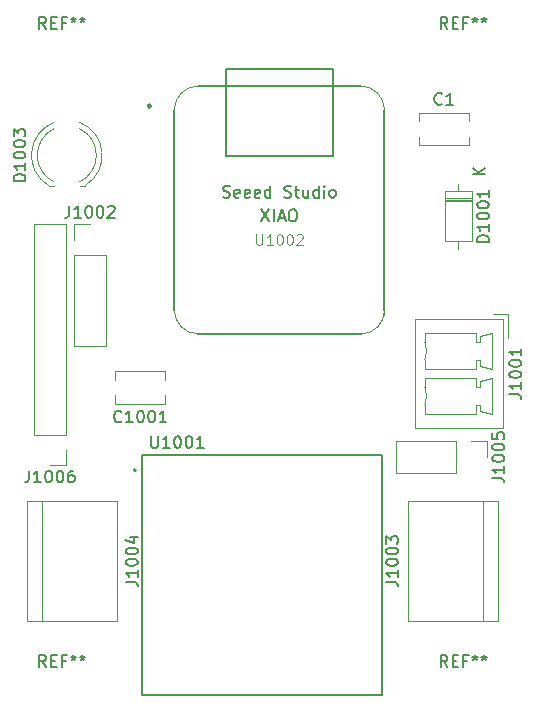
<source format=gbr>
%TF.GenerationSoftware,KiCad,Pcbnew,8.0.5*%
%TF.CreationDate,2024-10-01T15:35:57-03:00*%
%TF.ProjectId,hal9000mainboard,68616c39-3030-4306-9d61-696e626f6172,rev?*%
%TF.SameCoordinates,Original*%
%TF.FileFunction,Legend,Top*%
%TF.FilePolarity,Positive*%
%FSLAX46Y46*%
G04 Gerber Fmt 4.6, Leading zero omitted, Abs format (unit mm)*
G04 Created by KiCad (PCBNEW 8.0.5) date 2024-10-01 15:35:57*
%MOMM*%
%LPD*%
G01*
G04 APERTURE LIST*
%ADD10C,0.150000*%
%ADD11C,0.101600*%
%ADD12C,0.120000*%
%ADD13C,0.127000*%
%ADD14C,0.254000*%
%ADD15C,0.025400*%
%ADD16C,0.200000*%
G04 APERTURE END LIST*
D10*
X35183333Y-6059580D02*
X35135714Y-6107200D01*
X35135714Y-6107200D02*
X34992857Y-6154819D01*
X34992857Y-6154819D02*
X34897619Y-6154819D01*
X34897619Y-6154819D02*
X34754762Y-6107200D01*
X34754762Y-6107200D02*
X34659524Y-6011961D01*
X34659524Y-6011961D02*
X34611905Y-5916723D01*
X34611905Y-5916723D02*
X34564286Y-5726247D01*
X34564286Y-5726247D02*
X34564286Y-5583390D01*
X34564286Y-5583390D02*
X34611905Y-5392914D01*
X34611905Y-5392914D02*
X34659524Y-5297676D01*
X34659524Y-5297676D02*
X34754762Y-5202438D01*
X34754762Y-5202438D02*
X34897619Y-5154819D01*
X34897619Y-5154819D02*
X34992857Y-5154819D01*
X34992857Y-5154819D02*
X35135714Y-5202438D01*
X35135714Y-5202438D02*
X35183333Y-5250057D01*
X36135714Y-6154819D02*
X35564286Y-6154819D01*
X35850000Y-6154819D02*
X35850000Y-5154819D01*
X35850000Y-5154819D02*
X35754762Y-5297676D01*
X35754762Y-5297676D02*
X35659524Y-5392914D01*
X35659524Y-5392914D02*
X35564286Y-5440533D01*
X40904819Y-30661904D02*
X41619104Y-30661904D01*
X41619104Y-30661904D02*
X41761961Y-30709523D01*
X41761961Y-30709523D02*
X41857200Y-30804761D01*
X41857200Y-30804761D02*
X41904819Y-30947618D01*
X41904819Y-30947618D02*
X41904819Y-31042856D01*
X41904819Y-29661904D02*
X41904819Y-30233332D01*
X41904819Y-29947618D02*
X40904819Y-29947618D01*
X40904819Y-29947618D02*
X41047676Y-30042856D01*
X41047676Y-30042856D02*
X41142914Y-30138094D01*
X41142914Y-30138094D02*
X41190533Y-30233332D01*
X40904819Y-29042856D02*
X40904819Y-28947618D01*
X40904819Y-28947618D02*
X40952438Y-28852380D01*
X40952438Y-28852380D02*
X41000057Y-28804761D01*
X41000057Y-28804761D02*
X41095295Y-28757142D01*
X41095295Y-28757142D02*
X41285771Y-28709523D01*
X41285771Y-28709523D02*
X41523866Y-28709523D01*
X41523866Y-28709523D02*
X41714342Y-28757142D01*
X41714342Y-28757142D02*
X41809580Y-28804761D01*
X41809580Y-28804761D02*
X41857200Y-28852380D01*
X41857200Y-28852380D02*
X41904819Y-28947618D01*
X41904819Y-28947618D02*
X41904819Y-29042856D01*
X41904819Y-29042856D02*
X41857200Y-29138094D01*
X41857200Y-29138094D02*
X41809580Y-29185713D01*
X41809580Y-29185713D02*
X41714342Y-29233332D01*
X41714342Y-29233332D02*
X41523866Y-29280951D01*
X41523866Y-29280951D02*
X41285771Y-29280951D01*
X41285771Y-29280951D02*
X41095295Y-29233332D01*
X41095295Y-29233332D02*
X41000057Y-29185713D01*
X41000057Y-29185713D02*
X40952438Y-29138094D01*
X40952438Y-29138094D02*
X40904819Y-29042856D01*
X40904819Y-28090475D02*
X40904819Y-27995237D01*
X40904819Y-27995237D02*
X40952438Y-27899999D01*
X40952438Y-27899999D02*
X41000057Y-27852380D01*
X41000057Y-27852380D02*
X41095295Y-27804761D01*
X41095295Y-27804761D02*
X41285771Y-27757142D01*
X41285771Y-27757142D02*
X41523866Y-27757142D01*
X41523866Y-27757142D02*
X41714342Y-27804761D01*
X41714342Y-27804761D02*
X41809580Y-27852380D01*
X41809580Y-27852380D02*
X41857200Y-27899999D01*
X41857200Y-27899999D02*
X41904819Y-27995237D01*
X41904819Y-27995237D02*
X41904819Y-28090475D01*
X41904819Y-28090475D02*
X41857200Y-28185713D01*
X41857200Y-28185713D02*
X41809580Y-28233332D01*
X41809580Y-28233332D02*
X41714342Y-28280951D01*
X41714342Y-28280951D02*
X41523866Y-28328570D01*
X41523866Y-28328570D02*
X41285771Y-28328570D01*
X41285771Y-28328570D02*
X41095295Y-28280951D01*
X41095295Y-28280951D02*
X41000057Y-28233332D01*
X41000057Y-28233332D02*
X40952438Y-28185713D01*
X40952438Y-28185713D02*
X40904819Y-28090475D01*
X41904819Y-26804761D02*
X41904819Y-27376189D01*
X41904819Y-27090475D02*
X40904819Y-27090475D01*
X40904819Y-27090475D02*
X41047676Y-27185713D01*
X41047676Y-27185713D02*
X41142914Y-27280951D01*
X41142914Y-27280951D02*
X41190533Y-27376189D01*
D11*
X19487666Y-17126985D02*
X19487666Y-17846652D01*
X19487666Y-17846652D02*
X19530000Y-17931318D01*
X19530000Y-17931318D02*
X19572333Y-17973652D01*
X19572333Y-17973652D02*
X19657000Y-18015985D01*
X19657000Y-18015985D02*
X19826333Y-18015985D01*
X19826333Y-18015985D02*
X19911000Y-17973652D01*
X19911000Y-17973652D02*
X19953333Y-17931318D01*
X19953333Y-17931318D02*
X19995666Y-17846652D01*
X19995666Y-17846652D02*
X19995666Y-17126985D01*
X20884666Y-18015985D02*
X20376666Y-18015985D01*
X20630666Y-18015985D02*
X20630666Y-17126985D01*
X20630666Y-17126985D02*
X20545999Y-17253985D01*
X20545999Y-17253985D02*
X20461333Y-17338652D01*
X20461333Y-17338652D02*
X20376666Y-17380985D01*
X21435000Y-17126985D02*
X21519666Y-17126985D01*
X21519666Y-17126985D02*
X21604333Y-17169318D01*
X21604333Y-17169318D02*
X21646666Y-17211652D01*
X21646666Y-17211652D02*
X21689000Y-17296318D01*
X21689000Y-17296318D02*
X21731333Y-17465652D01*
X21731333Y-17465652D02*
X21731333Y-17677318D01*
X21731333Y-17677318D02*
X21689000Y-17846652D01*
X21689000Y-17846652D02*
X21646666Y-17931318D01*
X21646666Y-17931318D02*
X21604333Y-17973652D01*
X21604333Y-17973652D02*
X21519666Y-18015985D01*
X21519666Y-18015985D02*
X21435000Y-18015985D01*
X21435000Y-18015985D02*
X21350333Y-17973652D01*
X21350333Y-17973652D02*
X21308000Y-17931318D01*
X21308000Y-17931318D02*
X21265666Y-17846652D01*
X21265666Y-17846652D02*
X21223333Y-17677318D01*
X21223333Y-17677318D02*
X21223333Y-17465652D01*
X21223333Y-17465652D02*
X21265666Y-17296318D01*
X21265666Y-17296318D02*
X21308000Y-17211652D01*
X21308000Y-17211652D02*
X21350333Y-17169318D01*
X21350333Y-17169318D02*
X21435000Y-17126985D01*
X22281667Y-17126985D02*
X22366333Y-17126985D01*
X22366333Y-17126985D02*
X22451000Y-17169318D01*
X22451000Y-17169318D02*
X22493333Y-17211652D01*
X22493333Y-17211652D02*
X22535667Y-17296318D01*
X22535667Y-17296318D02*
X22578000Y-17465652D01*
X22578000Y-17465652D02*
X22578000Y-17677318D01*
X22578000Y-17677318D02*
X22535667Y-17846652D01*
X22535667Y-17846652D02*
X22493333Y-17931318D01*
X22493333Y-17931318D02*
X22451000Y-17973652D01*
X22451000Y-17973652D02*
X22366333Y-18015985D01*
X22366333Y-18015985D02*
X22281667Y-18015985D01*
X22281667Y-18015985D02*
X22197000Y-17973652D01*
X22197000Y-17973652D02*
X22154667Y-17931318D01*
X22154667Y-17931318D02*
X22112333Y-17846652D01*
X22112333Y-17846652D02*
X22070000Y-17677318D01*
X22070000Y-17677318D02*
X22070000Y-17465652D01*
X22070000Y-17465652D02*
X22112333Y-17296318D01*
X22112333Y-17296318D02*
X22154667Y-17211652D01*
X22154667Y-17211652D02*
X22197000Y-17169318D01*
X22197000Y-17169318D02*
X22281667Y-17126985D01*
X22916667Y-17211652D02*
X22959000Y-17169318D01*
X22959000Y-17169318D02*
X23043667Y-17126985D01*
X23043667Y-17126985D02*
X23255334Y-17126985D01*
X23255334Y-17126985D02*
X23340000Y-17169318D01*
X23340000Y-17169318D02*
X23382334Y-17211652D01*
X23382334Y-17211652D02*
X23424667Y-17296318D01*
X23424667Y-17296318D02*
X23424667Y-17380985D01*
X23424667Y-17380985D02*
X23382334Y-17507985D01*
X23382334Y-17507985D02*
X22874334Y-18015985D01*
X22874334Y-18015985D02*
X23424667Y-18015985D01*
D10*
X16673095Y-13977200D02*
X16815952Y-14024819D01*
X16815952Y-14024819D02*
X17054047Y-14024819D01*
X17054047Y-14024819D02*
X17149285Y-13977200D01*
X17149285Y-13977200D02*
X17196904Y-13929580D01*
X17196904Y-13929580D02*
X17244523Y-13834342D01*
X17244523Y-13834342D02*
X17244523Y-13739104D01*
X17244523Y-13739104D02*
X17196904Y-13643866D01*
X17196904Y-13643866D02*
X17149285Y-13596247D01*
X17149285Y-13596247D02*
X17054047Y-13548628D01*
X17054047Y-13548628D02*
X16863571Y-13501009D01*
X16863571Y-13501009D02*
X16768333Y-13453390D01*
X16768333Y-13453390D02*
X16720714Y-13405771D01*
X16720714Y-13405771D02*
X16673095Y-13310533D01*
X16673095Y-13310533D02*
X16673095Y-13215295D01*
X16673095Y-13215295D02*
X16720714Y-13120057D01*
X16720714Y-13120057D02*
X16768333Y-13072438D01*
X16768333Y-13072438D02*
X16863571Y-13024819D01*
X16863571Y-13024819D02*
X17101666Y-13024819D01*
X17101666Y-13024819D02*
X17244523Y-13072438D01*
X18054047Y-13977200D02*
X17958809Y-14024819D01*
X17958809Y-14024819D02*
X17768333Y-14024819D01*
X17768333Y-14024819D02*
X17673095Y-13977200D01*
X17673095Y-13977200D02*
X17625476Y-13881961D01*
X17625476Y-13881961D02*
X17625476Y-13501009D01*
X17625476Y-13501009D02*
X17673095Y-13405771D01*
X17673095Y-13405771D02*
X17768333Y-13358152D01*
X17768333Y-13358152D02*
X17958809Y-13358152D01*
X17958809Y-13358152D02*
X18054047Y-13405771D01*
X18054047Y-13405771D02*
X18101666Y-13501009D01*
X18101666Y-13501009D02*
X18101666Y-13596247D01*
X18101666Y-13596247D02*
X17625476Y-13691485D01*
X18911190Y-13977200D02*
X18815952Y-14024819D01*
X18815952Y-14024819D02*
X18625476Y-14024819D01*
X18625476Y-14024819D02*
X18530238Y-13977200D01*
X18530238Y-13977200D02*
X18482619Y-13881961D01*
X18482619Y-13881961D02*
X18482619Y-13501009D01*
X18482619Y-13501009D02*
X18530238Y-13405771D01*
X18530238Y-13405771D02*
X18625476Y-13358152D01*
X18625476Y-13358152D02*
X18815952Y-13358152D01*
X18815952Y-13358152D02*
X18911190Y-13405771D01*
X18911190Y-13405771D02*
X18958809Y-13501009D01*
X18958809Y-13501009D02*
X18958809Y-13596247D01*
X18958809Y-13596247D02*
X18482619Y-13691485D01*
X19768333Y-13977200D02*
X19673095Y-14024819D01*
X19673095Y-14024819D02*
X19482619Y-14024819D01*
X19482619Y-14024819D02*
X19387381Y-13977200D01*
X19387381Y-13977200D02*
X19339762Y-13881961D01*
X19339762Y-13881961D02*
X19339762Y-13501009D01*
X19339762Y-13501009D02*
X19387381Y-13405771D01*
X19387381Y-13405771D02*
X19482619Y-13358152D01*
X19482619Y-13358152D02*
X19673095Y-13358152D01*
X19673095Y-13358152D02*
X19768333Y-13405771D01*
X19768333Y-13405771D02*
X19815952Y-13501009D01*
X19815952Y-13501009D02*
X19815952Y-13596247D01*
X19815952Y-13596247D02*
X19339762Y-13691485D01*
X20673095Y-14024819D02*
X20673095Y-13024819D01*
X20673095Y-13977200D02*
X20577857Y-14024819D01*
X20577857Y-14024819D02*
X20387381Y-14024819D01*
X20387381Y-14024819D02*
X20292143Y-13977200D01*
X20292143Y-13977200D02*
X20244524Y-13929580D01*
X20244524Y-13929580D02*
X20196905Y-13834342D01*
X20196905Y-13834342D02*
X20196905Y-13548628D01*
X20196905Y-13548628D02*
X20244524Y-13453390D01*
X20244524Y-13453390D02*
X20292143Y-13405771D01*
X20292143Y-13405771D02*
X20387381Y-13358152D01*
X20387381Y-13358152D02*
X20577857Y-13358152D01*
X20577857Y-13358152D02*
X20673095Y-13405771D01*
X21863572Y-13977200D02*
X22006429Y-14024819D01*
X22006429Y-14024819D02*
X22244524Y-14024819D01*
X22244524Y-14024819D02*
X22339762Y-13977200D01*
X22339762Y-13977200D02*
X22387381Y-13929580D01*
X22387381Y-13929580D02*
X22435000Y-13834342D01*
X22435000Y-13834342D02*
X22435000Y-13739104D01*
X22435000Y-13739104D02*
X22387381Y-13643866D01*
X22387381Y-13643866D02*
X22339762Y-13596247D01*
X22339762Y-13596247D02*
X22244524Y-13548628D01*
X22244524Y-13548628D02*
X22054048Y-13501009D01*
X22054048Y-13501009D02*
X21958810Y-13453390D01*
X21958810Y-13453390D02*
X21911191Y-13405771D01*
X21911191Y-13405771D02*
X21863572Y-13310533D01*
X21863572Y-13310533D02*
X21863572Y-13215295D01*
X21863572Y-13215295D02*
X21911191Y-13120057D01*
X21911191Y-13120057D02*
X21958810Y-13072438D01*
X21958810Y-13072438D02*
X22054048Y-13024819D01*
X22054048Y-13024819D02*
X22292143Y-13024819D01*
X22292143Y-13024819D02*
X22435000Y-13072438D01*
X22720715Y-13358152D02*
X23101667Y-13358152D01*
X22863572Y-13024819D02*
X22863572Y-13881961D01*
X22863572Y-13881961D02*
X22911191Y-13977200D01*
X22911191Y-13977200D02*
X23006429Y-14024819D01*
X23006429Y-14024819D02*
X23101667Y-14024819D01*
X23863572Y-13358152D02*
X23863572Y-14024819D01*
X23435001Y-13358152D02*
X23435001Y-13881961D01*
X23435001Y-13881961D02*
X23482620Y-13977200D01*
X23482620Y-13977200D02*
X23577858Y-14024819D01*
X23577858Y-14024819D02*
X23720715Y-14024819D01*
X23720715Y-14024819D02*
X23815953Y-13977200D01*
X23815953Y-13977200D02*
X23863572Y-13929580D01*
X24768334Y-14024819D02*
X24768334Y-13024819D01*
X24768334Y-13977200D02*
X24673096Y-14024819D01*
X24673096Y-14024819D02*
X24482620Y-14024819D01*
X24482620Y-14024819D02*
X24387382Y-13977200D01*
X24387382Y-13977200D02*
X24339763Y-13929580D01*
X24339763Y-13929580D02*
X24292144Y-13834342D01*
X24292144Y-13834342D02*
X24292144Y-13548628D01*
X24292144Y-13548628D02*
X24339763Y-13453390D01*
X24339763Y-13453390D02*
X24387382Y-13405771D01*
X24387382Y-13405771D02*
X24482620Y-13358152D01*
X24482620Y-13358152D02*
X24673096Y-13358152D01*
X24673096Y-13358152D02*
X24768334Y-13405771D01*
X25244525Y-14024819D02*
X25244525Y-13358152D01*
X25244525Y-13024819D02*
X25196906Y-13072438D01*
X25196906Y-13072438D02*
X25244525Y-13120057D01*
X25244525Y-13120057D02*
X25292144Y-13072438D01*
X25292144Y-13072438D02*
X25244525Y-13024819D01*
X25244525Y-13024819D02*
X25244525Y-13120057D01*
X25863572Y-14024819D02*
X25768334Y-13977200D01*
X25768334Y-13977200D02*
X25720715Y-13929580D01*
X25720715Y-13929580D02*
X25673096Y-13834342D01*
X25673096Y-13834342D02*
X25673096Y-13548628D01*
X25673096Y-13548628D02*
X25720715Y-13453390D01*
X25720715Y-13453390D02*
X25768334Y-13405771D01*
X25768334Y-13405771D02*
X25863572Y-13358152D01*
X25863572Y-13358152D02*
X26006429Y-13358152D01*
X26006429Y-13358152D02*
X26101667Y-13405771D01*
X26101667Y-13405771D02*
X26149286Y-13453390D01*
X26149286Y-13453390D02*
X26196905Y-13548628D01*
X26196905Y-13548628D02*
X26196905Y-13834342D01*
X26196905Y-13834342D02*
X26149286Y-13929580D01*
X26149286Y-13929580D02*
X26101667Y-13977200D01*
X26101667Y-13977200D02*
X26006429Y-14024819D01*
X26006429Y-14024819D02*
X25863572Y-14024819D01*
X19911191Y-15024819D02*
X20577857Y-16024819D01*
X20577857Y-15024819D02*
X19911191Y-16024819D01*
X20958810Y-16024819D02*
X20958810Y-15024819D01*
X21387381Y-15739104D02*
X21863571Y-15739104D01*
X21292143Y-16024819D02*
X21625476Y-15024819D01*
X21625476Y-15024819D02*
X21958809Y-16024819D01*
X22482619Y-15024819D02*
X22673095Y-15024819D01*
X22673095Y-15024819D02*
X22768333Y-15072438D01*
X22768333Y-15072438D02*
X22863571Y-15167676D01*
X22863571Y-15167676D02*
X22911190Y-15358152D01*
X22911190Y-15358152D02*
X22911190Y-15691485D01*
X22911190Y-15691485D02*
X22863571Y-15881961D01*
X22863571Y-15881961D02*
X22768333Y-15977200D01*
X22768333Y-15977200D02*
X22673095Y-16024819D01*
X22673095Y-16024819D02*
X22482619Y-16024819D01*
X22482619Y-16024819D02*
X22387381Y-15977200D01*
X22387381Y-15977200D02*
X22292143Y-15881961D01*
X22292143Y-15881961D02*
X22244524Y-15691485D01*
X22244524Y-15691485D02*
X22244524Y-15358152D01*
X22244524Y-15358152D02*
X22292143Y-15167676D01*
X22292143Y-15167676D02*
X22387381Y-15072438D01*
X22387381Y-15072438D02*
X22482619Y-15024819D01*
X8434819Y-46561904D02*
X9149104Y-46561904D01*
X9149104Y-46561904D02*
X9291961Y-46609523D01*
X9291961Y-46609523D02*
X9387200Y-46704761D01*
X9387200Y-46704761D02*
X9434819Y-46847618D01*
X9434819Y-46847618D02*
X9434819Y-46942856D01*
X9434819Y-45561904D02*
X9434819Y-46133332D01*
X9434819Y-45847618D02*
X8434819Y-45847618D01*
X8434819Y-45847618D02*
X8577676Y-45942856D01*
X8577676Y-45942856D02*
X8672914Y-46038094D01*
X8672914Y-46038094D02*
X8720533Y-46133332D01*
X8434819Y-44942856D02*
X8434819Y-44847618D01*
X8434819Y-44847618D02*
X8482438Y-44752380D01*
X8482438Y-44752380D02*
X8530057Y-44704761D01*
X8530057Y-44704761D02*
X8625295Y-44657142D01*
X8625295Y-44657142D02*
X8815771Y-44609523D01*
X8815771Y-44609523D02*
X9053866Y-44609523D01*
X9053866Y-44609523D02*
X9244342Y-44657142D01*
X9244342Y-44657142D02*
X9339580Y-44704761D01*
X9339580Y-44704761D02*
X9387200Y-44752380D01*
X9387200Y-44752380D02*
X9434819Y-44847618D01*
X9434819Y-44847618D02*
X9434819Y-44942856D01*
X9434819Y-44942856D02*
X9387200Y-45038094D01*
X9387200Y-45038094D02*
X9339580Y-45085713D01*
X9339580Y-45085713D02*
X9244342Y-45133332D01*
X9244342Y-45133332D02*
X9053866Y-45180951D01*
X9053866Y-45180951D02*
X8815771Y-45180951D01*
X8815771Y-45180951D02*
X8625295Y-45133332D01*
X8625295Y-45133332D02*
X8530057Y-45085713D01*
X8530057Y-45085713D02*
X8482438Y-45038094D01*
X8482438Y-45038094D02*
X8434819Y-44942856D01*
X8434819Y-43990475D02*
X8434819Y-43895237D01*
X8434819Y-43895237D02*
X8482438Y-43799999D01*
X8482438Y-43799999D02*
X8530057Y-43752380D01*
X8530057Y-43752380D02*
X8625295Y-43704761D01*
X8625295Y-43704761D02*
X8815771Y-43657142D01*
X8815771Y-43657142D02*
X9053866Y-43657142D01*
X9053866Y-43657142D02*
X9244342Y-43704761D01*
X9244342Y-43704761D02*
X9339580Y-43752380D01*
X9339580Y-43752380D02*
X9387200Y-43799999D01*
X9387200Y-43799999D02*
X9434819Y-43895237D01*
X9434819Y-43895237D02*
X9434819Y-43990475D01*
X9434819Y-43990475D02*
X9387200Y-44085713D01*
X9387200Y-44085713D02*
X9339580Y-44133332D01*
X9339580Y-44133332D02*
X9244342Y-44180951D01*
X9244342Y-44180951D02*
X9053866Y-44228570D01*
X9053866Y-44228570D02*
X8815771Y-44228570D01*
X8815771Y-44228570D02*
X8625295Y-44180951D01*
X8625295Y-44180951D02*
X8530057Y-44133332D01*
X8530057Y-44133332D02*
X8482438Y-44085713D01*
X8482438Y-44085713D02*
X8434819Y-43990475D01*
X8768152Y-42799999D02*
X9434819Y-42799999D01*
X8387200Y-43038094D02*
X9101485Y-43276189D01*
X9101485Y-43276189D02*
X9101485Y-42657142D01*
X35666666Y245180D02*
X35333333Y721371D01*
X35095238Y245180D02*
X35095238Y1245180D01*
X35095238Y1245180D02*
X35476190Y1245180D01*
X35476190Y1245180D02*
X35571428Y1197561D01*
X35571428Y1197561D02*
X35619047Y1149942D01*
X35619047Y1149942D02*
X35666666Y1054704D01*
X35666666Y1054704D02*
X35666666Y911847D01*
X35666666Y911847D02*
X35619047Y816609D01*
X35619047Y816609D02*
X35571428Y768990D01*
X35571428Y768990D02*
X35476190Y721371D01*
X35476190Y721371D02*
X35095238Y721371D01*
X36095238Y768990D02*
X36428571Y768990D01*
X36571428Y245180D02*
X36095238Y245180D01*
X36095238Y245180D02*
X36095238Y1245180D01*
X36095238Y1245180D02*
X36571428Y1245180D01*
X37333333Y768990D02*
X37000000Y768990D01*
X37000000Y245180D02*
X37000000Y1245180D01*
X37000000Y1245180D02*
X37476190Y1245180D01*
X38000000Y1245180D02*
X38000000Y1007085D01*
X37761905Y1102323D02*
X38000000Y1007085D01*
X38000000Y1007085D02*
X38238095Y1102323D01*
X37857143Y816609D02*
X38000000Y1007085D01*
X38000000Y1007085D02*
X38142857Y816609D01*
X38761905Y1245180D02*
X38761905Y1007085D01*
X38523810Y1102323D02*
X38761905Y1007085D01*
X38761905Y1007085D02*
X39000000Y1102323D01*
X38619048Y816609D02*
X38761905Y1007085D01*
X38761905Y1007085D02*
X38904762Y816609D01*
X39174819Y-17776666D02*
X38174819Y-17776666D01*
X38174819Y-17776666D02*
X38174819Y-17538571D01*
X38174819Y-17538571D02*
X38222438Y-17395714D01*
X38222438Y-17395714D02*
X38317676Y-17300476D01*
X38317676Y-17300476D02*
X38412914Y-17252857D01*
X38412914Y-17252857D02*
X38603390Y-17205238D01*
X38603390Y-17205238D02*
X38746247Y-17205238D01*
X38746247Y-17205238D02*
X38936723Y-17252857D01*
X38936723Y-17252857D02*
X39031961Y-17300476D01*
X39031961Y-17300476D02*
X39127200Y-17395714D01*
X39127200Y-17395714D02*
X39174819Y-17538571D01*
X39174819Y-17538571D02*
X39174819Y-17776666D01*
X39174819Y-16252857D02*
X39174819Y-16824285D01*
X39174819Y-16538571D02*
X38174819Y-16538571D01*
X38174819Y-16538571D02*
X38317676Y-16633809D01*
X38317676Y-16633809D02*
X38412914Y-16729047D01*
X38412914Y-16729047D02*
X38460533Y-16824285D01*
X38174819Y-15633809D02*
X38174819Y-15538571D01*
X38174819Y-15538571D02*
X38222438Y-15443333D01*
X38222438Y-15443333D02*
X38270057Y-15395714D01*
X38270057Y-15395714D02*
X38365295Y-15348095D01*
X38365295Y-15348095D02*
X38555771Y-15300476D01*
X38555771Y-15300476D02*
X38793866Y-15300476D01*
X38793866Y-15300476D02*
X38984342Y-15348095D01*
X38984342Y-15348095D02*
X39079580Y-15395714D01*
X39079580Y-15395714D02*
X39127200Y-15443333D01*
X39127200Y-15443333D02*
X39174819Y-15538571D01*
X39174819Y-15538571D02*
X39174819Y-15633809D01*
X39174819Y-15633809D02*
X39127200Y-15729047D01*
X39127200Y-15729047D02*
X39079580Y-15776666D01*
X39079580Y-15776666D02*
X38984342Y-15824285D01*
X38984342Y-15824285D02*
X38793866Y-15871904D01*
X38793866Y-15871904D02*
X38555771Y-15871904D01*
X38555771Y-15871904D02*
X38365295Y-15824285D01*
X38365295Y-15824285D02*
X38270057Y-15776666D01*
X38270057Y-15776666D02*
X38222438Y-15729047D01*
X38222438Y-15729047D02*
X38174819Y-15633809D01*
X38174819Y-14681428D02*
X38174819Y-14586190D01*
X38174819Y-14586190D02*
X38222438Y-14490952D01*
X38222438Y-14490952D02*
X38270057Y-14443333D01*
X38270057Y-14443333D02*
X38365295Y-14395714D01*
X38365295Y-14395714D02*
X38555771Y-14348095D01*
X38555771Y-14348095D02*
X38793866Y-14348095D01*
X38793866Y-14348095D02*
X38984342Y-14395714D01*
X38984342Y-14395714D02*
X39079580Y-14443333D01*
X39079580Y-14443333D02*
X39127200Y-14490952D01*
X39127200Y-14490952D02*
X39174819Y-14586190D01*
X39174819Y-14586190D02*
X39174819Y-14681428D01*
X39174819Y-14681428D02*
X39127200Y-14776666D01*
X39127200Y-14776666D02*
X39079580Y-14824285D01*
X39079580Y-14824285D02*
X38984342Y-14871904D01*
X38984342Y-14871904D02*
X38793866Y-14919523D01*
X38793866Y-14919523D02*
X38555771Y-14919523D01*
X38555771Y-14919523D02*
X38365295Y-14871904D01*
X38365295Y-14871904D02*
X38270057Y-14824285D01*
X38270057Y-14824285D02*
X38222438Y-14776666D01*
X38222438Y-14776666D02*
X38174819Y-14681428D01*
X39174819Y-13395714D02*
X39174819Y-13967142D01*
X39174819Y-13681428D02*
X38174819Y-13681428D01*
X38174819Y-13681428D02*
X38317676Y-13776666D01*
X38317676Y-13776666D02*
X38412914Y-13871904D01*
X38412914Y-13871904D02*
X38460533Y-13967142D01*
X38854819Y-12061904D02*
X37854819Y-12061904D01*
X38854819Y-11490476D02*
X38283390Y-11919047D01*
X37854819Y-11490476D02*
X38426247Y-12061904D01*
X10584524Y-34219819D02*
X10584524Y-35029342D01*
X10584524Y-35029342D02*
X10632143Y-35124580D01*
X10632143Y-35124580D02*
X10679762Y-35172200D01*
X10679762Y-35172200D02*
X10775000Y-35219819D01*
X10775000Y-35219819D02*
X10965476Y-35219819D01*
X10965476Y-35219819D02*
X11060714Y-35172200D01*
X11060714Y-35172200D02*
X11108333Y-35124580D01*
X11108333Y-35124580D02*
X11155952Y-35029342D01*
X11155952Y-35029342D02*
X11155952Y-34219819D01*
X12155952Y-35219819D02*
X11584524Y-35219819D01*
X11870238Y-35219819D02*
X11870238Y-34219819D01*
X11870238Y-34219819D02*
X11775000Y-34362676D01*
X11775000Y-34362676D02*
X11679762Y-34457914D01*
X11679762Y-34457914D02*
X11584524Y-34505533D01*
X12775000Y-34219819D02*
X12870238Y-34219819D01*
X12870238Y-34219819D02*
X12965476Y-34267438D01*
X12965476Y-34267438D02*
X13013095Y-34315057D01*
X13013095Y-34315057D02*
X13060714Y-34410295D01*
X13060714Y-34410295D02*
X13108333Y-34600771D01*
X13108333Y-34600771D02*
X13108333Y-34838866D01*
X13108333Y-34838866D02*
X13060714Y-35029342D01*
X13060714Y-35029342D02*
X13013095Y-35124580D01*
X13013095Y-35124580D02*
X12965476Y-35172200D01*
X12965476Y-35172200D02*
X12870238Y-35219819D01*
X12870238Y-35219819D02*
X12775000Y-35219819D01*
X12775000Y-35219819D02*
X12679762Y-35172200D01*
X12679762Y-35172200D02*
X12632143Y-35124580D01*
X12632143Y-35124580D02*
X12584524Y-35029342D01*
X12584524Y-35029342D02*
X12536905Y-34838866D01*
X12536905Y-34838866D02*
X12536905Y-34600771D01*
X12536905Y-34600771D02*
X12584524Y-34410295D01*
X12584524Y-34410295D02*
X12632143Y-34315057D01*
X12632143Y-34315057D02*
X12679762Y-34267438D01*
X12679762Y-34267438D02*
X12775000Y-34219819D01*
X13727381Y-34219819D02*
X13822619Y-34219819D01*
X13822619Y-34219819D02*
X13917857Y-34267438D01*
X13917857Y-34267438D02*
X13965476Y-34315057D01*
X13965476Y-34315057D02*
X14013095Y-34410295D01*
X14013095Y-34410295D02*
X14060714Y-34600771D01*
X14060714Y-34600771D02*
X14060714Y-34838866D01*
X14060714Y-34838866D02*
X14013095Y-35029342D01*
X14013095Y-35029342D02*
X13965476Y-35124580D01*
X13965476Y-35124580D02*
X13917857Y-35172200D01*
X13917857Y-35172200D02*
X13822619Y-35219819D01*
X13822619Y-35219819D02*
X13727381Y-35219819D01*
X13727381Y-35219819D02*
X13632143Y-35172200D01*
X13632143Y-35172200D02*
X13584524Y-35124580D01*
X13584524Y-35124580D02*
X13536905Y-35029342D01*
X13536905Y-35029342D02*
X13489286Y-34838866D01*
X13489286Y-34838866D02*
X13489286Y-34600771D01*
X13489286Y-34600771D02*
X13536905Y-34410295D01*
X13536905Y-34410295D02*
X13584524Y-34315057D01*
X13584524Y-34315057D02*
X13632143Y-34267438D01*
X13632143Y-34267438D02*
X13727381Y-34219819D01*
X15013095Y-35219819D02*
X14441667Y-35219819D01*
X14727381Y-35219819D02*
X14727381Y-34219819D01*
X14727381Y-34219819D02*
X14632143Y-34362676D01*
X14632143Y-34362676D02*
X14536905Y-34457914D01*
X14536905Y-34457914D02*
X14441667Y-34505533D01*
X-65180Y-12608166D02*
X-1065180Y-12608166D01*
X-1065180Y-12608166D02*
X-1065180Y-12370071D01*
X-1065180Y-12370071D02*
X-1017561Y-12227214D01*
X-1017561Y-12227214D02*
X-922323Y-12131976D01*
X-922323Y-12131976D02*
X-827085Y-12084357D01*
X-827085Y-12084357D02*
X-636609Y-12036738D01*
X-636609Y-12036738D02*
X-493752Y-12036738D01*
X-493752Y-12036738D02*
X-303276Y-12084357D01*
X-303276Y-12084357D02*
X-208038Y-12131976D01*
X-208038Y-12131976D02*
X-112800Y-12227214D01*
X-112800Y-12227214D02*
X-65180Y-12370071D01*
X-65180Y-12370071D02*
X-65180Y-12608166D01*
X-65180Y-11084357D02*
X-65180Y-11655785D01*
X-65180Y-11370071D02*
X-1065180Y-11370071D01*
X-1065180Y-11370071D02*
X-922323Y-11465309D01*
X-922323Y-11465309D02*
X-827085Y-11560547D01*
X-827085Y-11560547D02*
X-779466Y-11655785D01*
X-1065180Y-10465309D02*
X-1065180Y-10370071D01*
X-1065180Y-10370071D02*
X-1017561Y-10274833D01*
X-1017561Y-10274833D02*
X-969942Y-10227214D01*
X-969942Y-10227214D02*
X-874704Y-10179595D01*
X-874704Y-10179595D02*
X-684228Y-10131976D01*
X-684228Y-10131976D02*
X-446133Y-10131976D01*
X-446133Y-10131976D02*
X-255657Y-10179595D01*
X-255657Y-10179595D02*
X-160419Y-10227214D01*
X-160419Y-10227214D02*
X-112800Y-10274833D01*
X-112800Y-10274833D02*
X-65180Y-10370071D01*
X-65180Y-10370071D02*
X-65180Y-10465309D01*
X-65180Y-10465309D02*
X-112800Y-10560547D01*
X-112800Y-10560547D02*
X-160419Y-10608166D01*
X-160419Y-10608166D02*
X-255657Y-10655785D01*
X-255657Y-10655785D02*
X-446133Y-10703404D01*
X-446133Y-10703404D02*
X-684228Y-10703404D01*
X-684228Y-10703404D02*
X-874704Y-10655785D01*
X-874704Y-10655785D02*
X-969942Y-10608166D01*
X-969942Y-10608166D02*
X-1017561Y-10560547D01*
X-1017561Y-10560547D02*
X-1065180Y-10465309D01*
X-1065180Y-9512928D02*
X-1065180Y-9417690D01*
X-1065180Y-9417690D02*
X-1017561Y-9322452D01*
X-1017561Y-9322452D02*
X-969942Y-9274833D01*
X-969942Y-9274833D02*
X-874704Y-9227214D01*
X-874704Y-9227214D02*
X-684228Y-9179595D01*
X-684228Y-9179595D02*
X-446133Y-9179595D01*
X-446133Y-9179595D02*
X-255657Y-9227214D01*
X-255657Y-9227214D02*
X-160419Y-9274833D01*
X-160419Y-9274833D02*
X-112800Y-9322452D01*
X-112800Y-9322452D02*
X-65180Y-9417690D01*
X-65180Y-9417690D02*
X-65180Y-9512928D01*
X-65180Y-9512928D02*
X-112800Y-9608166D01*
X-112800Y-9608166D02*
X-160419Y-9655785D01*
X-160419Y-9655785D02*
X-255657Y-9703404D01*
X-255657Y-9703404D02*
X-446133Y-9751023D01*
X-446133Y-9751023D02*
X-684228Y-9751023D01*
X-684228Y-9751023D02*
X-874704Y-9703404D01*
X-874704Y-9703404D02*
X-969942Y-9655785D01*
X-969942Y-9655785D02*
X-1017561Y-9608166D01*
X-1017561Y-9608166D02*
X-1065180Y-9512928D01*
X-1065180Y-8846261D02*
X-1065180Y-8227214D01*
X-1065180Y-8227214D02*
X-684228Y-8560547D01*
X-684228Y-8560547D02*
X-684228Y-8417690D01*
X-684228Y-8417690D02*
X-636609Y-8322452D01*
X-636609Y-8322452D02*
X-588990Y-8274833D01*
X-588990Y-8274833D02*
X-493752Y-8227214D01*
X-493752Y-8227214D02*
X-255657Y-8227214D01*
X-255657Y-8227214D02*
X-160419Y-8274833D01*
X-160419Y-8274833D02*
X-112800Y-8322452D01*
X-112800Y-8322452D02*
X-65180Y-8417690D01*
X-65180Y-8417690D02*
X-65180Y-8703404D01*
X-65180Y-8703404D02*
X-112800Y-8798642D01*
X-112800Y-8798642D02*
X-160419Y-8846261D01*
X1666666Y245180D02*
X1333333Y721371D01*
X1095238Y245180D02*
X1095238Y1245180D01*
X1095238Y1245180D02*
X1476190Y1245180D01*
X1476190Y1245180D02*
X1571428Y1197561D01*
X1571428Y1197561D02*
X1619047Y1149942D01*
X1619047Y1149942D02*
X1666666Y1054704D01*
X1666666Y1054704D02*
X1666666Y911847D01*
X1666666Y911847D02*
X1619047Y816609D01*
X1619047Y816609D02*
X1571428Y768990D01*
X1571428Y768990D02*
X1476190Y721371D01*
X1476190Y721371D02*
X1095238Y721371D01*
X2095238Y768990D02*
X2428571Y768990D01*
X2571428Y245180D02*
X2095238Y245180D01*
X2095238Y245180D02*
X2095238Y1245180D01*
X2095238Y1245180D02*
X2571428Y1245180D01*
X3333333Y768990D02*
X3000000Y768990D01*
X3000000Y245180D02*
X3000000Y1245180D01*
X3000000Y1245180D02*
X3476190Y1245180D01*
X4000000Y1245180D02*
X4000000Y1007085D01*
X3761905Y1102323D02*
X4000000Y1007085D01*
X4000000Y1007085D02*
X4238095Y1102323D01*
X3857143Y816609D02*
X4000000Y1007085D01*
X4000000Y1007085D02*
X4142857Y816609D01*
X4761905Y1245180D02*
X4761905Y1007085D01*
X4523810Y1102323D02*
X4761905Y1007085D01*
X4761905Y1007085D02*
X5000000Y1102323D01*
X4619048Y816609D02*
X4761905Y1007085D01*
X4761905Y1007085D02*
X4904762Y816609D01*
X1666666Y-53754819D02*
X1333333Y-53278628D01*
X1095238Y-53754819D02*
X1095238Y-52754819D01*
X1095238Y-52754819D02*
X1476190Y-52754819D01*
X1476190Y-52754819D02*
X1571428Y-52802438D01*
X1571428Y-52802438D02*
X1619047Y-52850057D01*
X1619047Y-52850057D02*
X1666666Y-52945295D01*
X1666666Y-52945295D02*
X1666666Y-53088152D01*
X1666666Y-53088152D02*
X1619047Y-53183390D01*
X1619047Y-53183390D02*
X1571428Y-53231009D01*
X1571428Y-53231009D02*
X1476190Y-53278628D01*
X1476190Y-53278628D02*
X1095238Y-53278628D01*
X2095238Y-53231009D02*
X2428571Y-53231009D01*
X2571428Y-53754819D02*
X2095238Y-53754819D01*
X2095238Y-53754819D02*
X2095238Y-52754819D01*
X2095238Y-52754819D02*
X2571428Y-52754819D01*
X3333333Y-53231009D02*
X3000000Y-53231009D01*
X3000000Y-53754819D02*
X3000000Y-52754819D01*
X3000000Y-52754819D02*
X3476190Y-52754819D01*
X4000000Y-52754819D02*
X4000000Y-52992914D01*
X3761905Y-52897676D02*
X4000000Y-52992914D01*
X4000000Y-52992914D02*
X4238095Y-52897676D01*
X3857143Y-53183390D02*
X4000000Y-52992914D01*
X4000000Y-52992914D02*
X4142857Y-53183390D01*
X4761905Y-52754819D02*
X4761905Y-52992914D01*
X4523810Y-52897676D02*
X4761905Y-52992914D01*
X4761905Y-52992914D02*
X5000000Y-52897676D01*
X4619048Y-53183390D02*
X4761905Y-52992914D01*
X4761905Y-52992914D02*
X4904762Y-53183390D01*
X8054761Y-32959580D02*
X8007142Y-33007200D01*
X8007142Y-33007200D02*
X7864285Y-33054819D01*
X7864285Y-33054819D02*
X7769047Y-33054819D01*
X7769047Y-33054819D02*
X7626190Y-33007200D01*
X7626190Y-33007200D02*
X7530952Y-32911961D01*
X7530952Y-32911961D02*
X7483333Y-32816723D01*
X7483333Y-32816723D02*
X7435714Y-32626247D01*
X7435714Y-32626247D02*
X7435714Y-32483390D01*
X7435714Y-32483390D02*
X7483333Y-32292914D01*
X7483333Y-32292914D02*
X7530952Y-32197676D01*
X7530952Y-32197676D02*
X7626190Y-32102438D01*
X7626190Y-32102438D02*
X7769047Y-32054819D01*
X7769047Y-32054819D02*
X7864285Y-32054819D01*
X7864285Y-32054819D02*
X8007142Y-32102438D01*
X8007142Y-32102438D02*
X8054761Y-32150057D01*
X9007142Y-33054819D02*
X8435714Y-33054819D01*
X8721428Y-33054819D02*
X8721428Y-32054819D01*
X8721428Y-32054819D02*
X8626190Y-32197676D01*
X8626190Y-32197676D02*
X8530952Y-32292914D01*
X8530952Y-32292914D02*
X8435714Y-32340533D01*
X9626190Y-32054819D02*
X9721428Y-32054819D01*
X9721428Y-32054819D02*
X9816666Y-32102438D01*
X9816666Y-32102438D02*
X9864285Y-32150057D01*
X9864285Y-32150057D02*
X9911904Y-32245295D01*
X9911904Y-32245295D02*
X9959523Y-32435771D01*
X9959523Y-32435771D02*
X9959523Y-32673866D01*
X9959523Y-32673866D02*
X9911904Y-32864342D01*
X9911904Y-32864342D02*
X9864285Y-32959580D01*
X9864285Y-32959580D02*
X9816666Y-33007200D01*
X9816666Y-33007200D02*
X9721428Y-33054819D01*
X9721428Y-33054819D02*
X9626190Y-33054819D01*
X9626190Y-33054819D02*
X9530952Y-33007200D01*
X9530952Y-33007200D02*
X9483333Y-32959580D01*
X9483333Y-32959580D02*
X9435714Y-32864342D01*
X9435714Y-32864342D02*
X9388095Y-32673866D01*
X9388095Y-32673866D02*
X9388095Y-32435771D01*
X9388095Y-32435771D02*
X9435714Y-32245295D01*
X9435714Y-32245295D02*
X9483333Y-32150057D01*
X9483333Y-32150057D02*
X9530952Y-32102438D01*
X9530952Y-32102438D02*
X9626190Y-32054819D01*
X10578571Y-32054819D02*
X10673809Y-32054819D01*
X10673809Y-32054819D02*
X10769047Y-32102438D01*
X10769047Y-32102438D02*
X10816666Y-32150057D01*
X10816666Y-32150057D02*
X10864285Y-32245295D01*
X10864285Y-32245295D02*
X10911904Y-32435771D01*
X10911904Y-32435771D02*
X10911904Y-32673866D01*
X10911904Y-32673866D02*
X10864285Y-32864342D01*
X10864285Y-32864342D02*
X10816666Y-32959580D01*
X10816666Y-32959580D02*
X10769047Y-33007200D01*
X10769047Y-33007200D02*
X10673809Y-33054819D01*
X10673809Y-33054819D02*
X10578571Y-33054819D01*
X10578571Y-33054819D02*
X10483333Y-33007200D01*
X10483333Y-33007200D02*
X10435714Y-32959580D01*
X10435714Y-32959580D02*
X10388095Y-32864342D01*
X10388095Y-32864342D02*
X10340476Y-32673866D01*
X10340476Y-32673866D02*
X10340476Y-32435771D01*
X10340476Y-32435771D02*
X10388095Y-32245295D01*
X10388095Y-32245295D02*
X10435714Y-32150057D01*
X10435714Y-32150057D02*
X10483333Y-32102438D01*
X10483333Y-32102438D02*
X10578571Y-32054819D01*
X11864285Y-33054819D02*
X11292857Y-33054819D01*
X11578571Y-33054819D02*
X11578571Y-32054819D01*
X11578571Y-32054819D02*
X11483333Y-32197676D01*
X11483333Y-32197676D02*
X11388095Y-32292914D01*
X11388095Y-32292914D02*
X11292857Y-32340533D01*
X35666666Y-53754819D02*
X35333333Y-53278628D01*
X35095238Y-53754819D02*
X35095238Y-52754819D01*
X35095238Y-52754819D02*
X35476190Y-52754819D01*
X35476190Y-52754819D02*
X35571428Y-52802438D01*
X35571428Y-52802438D02*
X35619047Y-52850057D01*
X35619047Y-52850057D02*
X35666666Y-52945295D01*
X35666666Y-52945295D02*
X35666666Y-53088152D01*
X35666666Y-53088152D02*
X35619047Y-53183390D01*
X35619047Y-53183390D02*
X35571428Y-53231009D01*
X35571428Y-53231009D02*
X35476190Y-53278628D01*
X35476190Y-53278628D02*
X35095238Y-53278628D01*
X36095238Y-53231009D02*
X36428571Y-53231009D01*
X36571428Y-53754819D02*
X36095238Y-53754819D01*
X36095238Y-53754819D02*
X36095238Y-52754819D01*
X36095238Y-52754819D02*
X36571428Y-52754819D01*
X37333333Y-53231009D02*
X37000000Y-53231009D01*
X37000000Y-53754819D02*
X37000000Y-52754819D01*
X37000000Y-52754819D02*
X37476190Y-52754819D01*
X38000000Y-52754819D02*
X38000000Y-52992914D01*
X37761905Y-52897676D02*
X38000000Y-52992914D01*
X38000000Y-52992914D02*
X38238095Y-52897676D01*
X37857143Y-53183390D02*
X38000000Y-52992914D01*
X38000000Y-52992914D02*
X38142857Y-53183390D01*
X38761905Y-52754819D02*
X38761905Y-52992914D01*
X38523810Y-52897676D02*
X38761905Y-52992914D01*
X38761905Y-52992914D02*
X39000000Y-52897676D01*
X38619048Y-53183390D02*
X38761905Y-52992914D01*
X38761905Y-52992914D02*
X38904762Y-53183390D01*
X30474819Y-46561904D02*
X31189104Y-46561904D01*
X31189104Y-46561904D02*
X31331961Y-46609523D01*
X31331961Y-46609523D02*
X31427200Y-46704761D01*
X31427200Y-46704761D02*
X31474819Y-46847618D01*
X31474819Y-46847618D02*
X31474819Y-46942856D01*
X31474819Y-45561904D02*
X31474819Y-46133332D01*
X31474819Y-45847618D02*
X30474819Y-45847618D01*
X30474819Y-45847618D02*
X30617676Y-45942856D01*
X30617676Y-45942856D02*
X30712914Y-46038094D01*
X30712914Y-46038094D02*
X30760533Y-46133332D01*
X30474819Y-44942856D02*
X30474819Y-44847618D01*
X30474819Y-44847618D02*
X30522438Y-44752380D01*
X30522438Y-44752380D02*
X30570057Y-44704761D01*
X30570057Y-44704761D02*
X30665295Y-44657142D01*
X30665295Y-44657142D02*
X30855771Y-44609523D01*
X30855771Y-44609523D02*
X31093866Y-44609523D01*
X31093866Y-44609523D02*
X31284342Y-44657142D01*
X31284342Y-44657142D02*
X31379580Y-44704761D01*
X31379580Y-44704761D02*
X31427200Y-44752380D01*
X31427200Y-44752380D02*
X31474819Y-44847618D01*
X31474819Y-44847618D02*
X31474819Y-44942856D01*
X31474819Y-44942856D02*
X31427200Y-45038094D01*
X31427200Y-45038094D02*
X31379580Y-45085713D01*
X31379580Y-45085713D02*
X31284342Y-45133332D01*
X31284342Y-45133332D02*
X31093866Y-45180951D01*
X31093866Y-45180951D02*
X30855771Y-45180951D01*
X30855771Y-45180951D02*
X30665295Y-45133332D01*
X30665295Y-45133332D02*
X30570057Y-45085713D01*
X30570057Y-45085713D02*
X30522438Y-45038094D01*
X30522438Y-45038094D02*
X30474819Y-44942856D01*
X30474819Y-43990475D02*
X30474819Y-43895237D01*
X30474819Y-43895237D02*
X30522438Y-43799999D01*
X30522438Y-43799999D02*
X30570057Y-43752380D01*
X30570057Y-43752380D02*
X30665295Y-43704761D01*
X30665295Y-43704761D02*
X30855771Y-43657142D01*
X30855771Y-43657142D02*
X31093866Y-43657142D01*
X31093866Y-43657142D02*
X31284342Y-43704761D01*
X31284342Y-43704761D02*
X31379580Y-43752380D01*
X31379580Y-43752380D02*
X31427200Y-43799999D01*
X31427200Y-43799999D02*
X31474819Y-43895237D01*
X31474819Y-43895237D02*
X31474819Y-43990475D01*
X31474819Y-43990475D02*
X31427200Y-44085713D01*
X31427200Y-44085713D02*
X31379580Y-44133332D01*
X31379580Y-44133332D02*
X31284342Y-44180951D01*
X31284342Y-44180951D02*
X31093866Y-44228570D01*
X31093866Y-44228570D02*
X30855771Y-44228570D01*
X30855771Y-44228570D02*
X30665295Y-44180951D01*
X30665295Y-44180951D02*
X30570057Y-44133332D01*
X30570057Y-44133332D02*
X30522438Y-44085713D01*
X30522438Y-44085713D02*
X30474819Y-43990475D01*
X30474819Y-43323808D02*
X30474819Y-42704761D01*
X30474819Y-42704761D02*
X30855771Y-43038094D01*
X30855771Y-43038094D02*
X30855771Y-42895237D01*
X30855771Y-42895237D02*
X30903390Y-42799999D01*
X30903390Y-42799999D02*
X30951009Y-42752380D01*
X30951009Y-42752380D02*
X31046247Y-42704761D01*
X31046247Y-42704761D02*
X31284342Y-42704761D01*
X31284342Y-42704761D02*
X31379580Y-42752380D01*
X31379580Y-42752380D02*
X31427200Y-42799999D01*
X31427200Y-42799999D02*
X31474819Y-42895237D01*
X31474819Y-42895237D02*
X31474819Y-43180951D01*
X31474819Y-43180951D02*
X31427200Y-43276189D01*
X31427200Y-43276189D02*
X31379580Y-43323808D01*
X3638095Y-14724819D02*
X3638095Y-15439104D01*
X3638095Y-15439104D02*
X3590476Y-15581961D01*
X3590476Y-15581961D02*
X3495238Y-15677200D01*
X3495238Y-15677200D02*
X3352381Y-15724819D01*
X3352381Y-15724819D02*
X3257143Y-15724819D01*
X4638095Y-15724819D02*
X4066667Y-15724819D01*
X4352381Y-15724819D02*
X4352381Y-14724819D01*
X4352381Y-14724819D02*
X4257143Y-14867676D01*
X4257143Y-14867676D02*
X4161905Y-14962914D01*
X4161905Y-14962914D02*
X4066667Y-15010533D01*
X5257143Y-14724819D02*
X5352381Y-14724819D01*
X5352381Y-14724819D02*
X5447619Y-14772438D01*
X5447619Y-14772438D02*
X5495238Y-14820057D01*
X5495238Y-14820057D02*
X5542857Y-14915295D01*
X5542857Y-14915295D02*
X5590476Y-15105771D01*
X5590476Y-15105771D02*
X5590476Y-15343866D01*
X5590476Y-15343866D02*
X5542857Y-15534342D01*
X5542857Y-15534342D02*
X5495238Y-15629580D01*
X5495238Y-15629580D02*
X5447619Y-15677200D01*
X5447619Y-15677200D02*
X5352381Y-15724819D01*
X5352381Y-15724819D02*
X5257143Y-15724819D01*
X5257143Y-15724819D02*
X5161905Y-15677200D01*
X5161905Y-15677200D02*
X5114286Y-15629580D01*
X5114286Y-15629580D02*
X5066667Y-15534342D01*
X5066667Y-15534342D02*
X5019048Y-15343866D01*
X5019048Y-15343866D02*
X5019048Y-15105771D01*
X5019048Y-15105771D02*
X5066667Y-14915295D01*
X5066667Y-14915295D02*
X5114286Y-14820057D01*
X5114286Y-14820057D02*
X5161905Y-14772438D01*
X5161905Y-14772438D02*
X5257143Y-14724819D01*
X6209524Y-14724819D02*
X6304762Y-14724819D01*
X6304762Y-14724819D02*
X6400000Y-14772438D01*
X6400000Y-14772438D02*
X6447619Y-14820057D01*
X6447619Y-14820057D02*
X6495238Y-14915295D01*
X6495238Y-14915295D02*
X6542857Y-15105771D01*
X6542857Y-15105771D02*
X6542857Y-15343866D01*
X6542857Y-15343866D02*
X6495238Y-15534342D01*
X6495238Y-15534342D02*
X6447619Y-15629580D01*
X6447619Y-15629580D02*
X6400000Y-15677200D01*
X6400000Y-15677200D02*
X6304762Y-15724819D01*
X6304762Y-15724819D02*
X6209524Y-15724819D01*
X6209524Y-15724819D02*
X6114286Y-15677200D01*
X6114286Y-15677200D02*
X6066667Y-15629580D01*
X6066667Y-15629580D02*
X6019048Y-15534342D01*
X6019048Y-15534342D02*
X5971429Y-15343866D01*
X5971429Y-15343866D02*
X5971429Y-15105771D01*
X5971429Y-15105771D02*
X6019048Y-14915295D01*
X6019048Y-14915295D02*
X6066667Y-14820057D01*
X6066667Y-14820057D02*
X6114286Y-14772438D01*
X6114286Y-14772438D02*
X6209524Y-14724819D01*
X6923810Y-14820057D02*
X6971429Y-14772438D01*
X6971429Y-14772438D02*
X7066667Y-14724819D01*
X7066667Y-14724819D02*
X7304762Y-14724819D01*
X7304762Y-14724819D02*
X7400000Y-14772438D01*
X7400000Y-14772438D02*
X7447619Y-14820057D01*
X7447619Y-14820057D02*
X7495238Y-14915295D01*
X7495238Y-14915295D02*
X7495238Y-15010533D01*
X7495238Y-15010533D02*
X7447619Y-15153390D01*
X7447619Y-15153390D02*
X6876191Y-15724819D01*
X6876191Y-15724819D02*
X7495238Y-15724819D01*
X238095Y-37139819D02*
X238095Y-37854104D01*
X238095Y-37854104D02*
X190476Y-37996961D01*
X190476Y-37996961D02*
X95238Y-38092200D01*
X95238Y-38092200D02*
X-47618Y-38139819D01*
X-47618Y-38139819D02*
X-142856Y-38139819D01*
X1238095Y-38139819D02*
X666667Y-38139819D01*
X952381Y-38139819D02*
X952381Y-37139819D01*
X952381Y-37139819D02*
X857143Y-37282676D01*
X857143Y-37282676D02*
X761905Y-37377914D01*
X761905Y-37377914D02*
X666667Y-37425533D01*
X1857143Y-37139819D02*
X1952381Y-37139819D01*
X1952381Y-37139819D02*
X2047619Y-37187438D01*
X2047619Y-37187438D02*
X2095238Y-37235057D01*
X2095238Y-37235057D02*
X2142857Y-37330295D01*
X2142857Y-37330295D02*
X2190476Y-37520771D01*
X2190476Y-37520771D02*
X2190476Y-37758866D01*
X2190476Y-37758866D02*
X2142857Y-37949342D01*
X2142857Y-37949342D02*
X2095238Y-38044580D01*
X2095238Y-38044580D02*
X2047619Y-38092200D01*
X2047619Y-38092200D02*
X1952381Y-38139819D01*
X1952381Y-38139819D02*
X1857143Y-38139819D01*
X1857143Y-38139819D02*
X1761905Y-38092200D01*
X1761905Y-38092200D02*
X1714286Y-38044580D01*
X1714286Y-38044580D02*
X1666667Y-37949342D01*
X1666667Y-37949342D02*
X1619048Y-37758866D01*
X1619048Y-37758866D02*
X1619048Y-37520771D01*
X1619048Y-37520771D02*
X1666667Y-37330295D01*
X1666667Y-37330295D02*
X1714286Y-37235057D01*
X1714286Y-37235057D02*
X1761905Y-37187438D01*
X1761905Y-37187438D02*
X1857143Y-37139819D01*
X2809524Y-37139819D02*
X2904762Y-37139819D01*
X2904762Y-37139819D02*
X3000000Y-37187438D01*
X3000000Y-37187438D02*
X3047619Y-37235057D01*
X3047619Y-37235057D02*
X3095238Y-37330295D01*
X3095238Y-37330295D02*
X3142857Y-37520771D01*
X3142857Y-37520771D02*
X3142857Y-37758866D01*
X3142857Y-37758866D02*
X3095238Y-37949342D01*
X3095238Y-37949342D02*
X3047619Y-38044580D01*
X3047619Y-38044580D02*
X3000000Y-38092200D01*
X3000000Y-38092200D02*
X2904762Y-38139819D01*
X2904762Y-38139819D02*
X2809524Y-38139819D01*
X2809524Y-38139819D02*
X2714286Y-38092200D01*
X2714286Y-38092200D02*
X2666667Y-38044580D01*
X2666667Y-38044580D02*
X2619048Y-37949342D01*
X2619048Y-37949342D02*
X2571429Y-37758866D01*
X2571429Y-37758866D02*
X2571429Y-37520771D01*
X2571429Y-37520771D02*
X2619048Y-37330295D01*
X2619048Y-37330295D02*
X2666667Y-37235057D01*
X2666667Y-37235057D02*
X2714286Y-37187438D01*
X2714286Y-37187438D02*
X2809524Y-37139819D01*
X4000000Y-37139819D02*
X3809524Y-37139819D01*
X3809524Y-37139819D02*
X3714286Y-37187438D01*
X3714286Y-37187438D02*
X3666667Y-37235057D01*
X3666667Y-37235057D02*
X3571429Y-37377914D01*
X3571429Y-37377914D02*
X3523810Y-37568390D01*
X3523810Y-37568390D02*
X3523810Y-37949342D01*
X3523810Y-37949342D02*
X3571429Y-38044580D01*
X3571429Y-38044580D02*
X3619048Y-38092200D01*
X3619048Y-38092200D02*
X3714286Y-38139819D01*
X3714286Y-38139819D02*
X3904762Y-38139819D01*
X3904762Y-38139819D02*
X4000000Y-38092200D01*
X4000000Y-38092200D02*
X4047619Y-38044580D01*
X4047619Y-38044580D02*
X4095238Y-37949342D01*
X4095238Y-37949342D02*
X4095238Y-37711247D01*
X4095238Y-37711247D02*
X4047619Y-37616009D01*
X4047619Y-37616009D02*
X4000000Y-37568390D01*
X4000000Y-37568390D02*
X3904762Y-37520771D01*
X3904762Y-37520771D02*
X3714286Y-37520771D01*
X3714286Y-37520771D02*
X3619048Y-37568390D01*
X3619048Y-37568390D02*
X3571429Y-37616009D01*
X3571429Y-37616009D02*
X3523810Y-37711247D01*
X39464819Y-37761904D02*
X40179104Y-37761904D01*
X40179104Y-37761904D02*
X40321961Y-37809523D01*
X40321961Y-37809523D02*
X40417200Y-37904761D01*
X40417200Y-37904761D02*
X40464819Y-38047618D01*
X40464819Y-38047618D02*
X40464819Y-38142856D01*
X40464819Y-36761904D02*
X40464819Y-37333332D01*
X40464819Y-37047618D02*
X39464819Y-37047618D01*
X39464819Y-37047618D02*
X39607676Y-37142856D01*
X39607676Y-37142856D02*
X39702914Y-37238094D01*
X39702914Y-37238094D02*
X39750533Y-37333332D01*
X39464819Y-36142856D02*
X39464819Y-36047618D01*
X39464819Y-36047618D02*
X39512438Y-35952380D01*
X39512438Y-35952380D02*
X39560057Y-35904761D01*
X39560057Y-35904761D02*
X39655295Y-35857142D01*
X39655295Y-35857142D02*
X39845771Y-35809523D01*
X39845771Y-35809523D02*
X40083866Y-35809523D01*
X40083866Y-35809523D02*
X40274342Y-35857142D01*
X40274342Y-35857142D02*
X40369580Y-35904761D01*
X40369580Y-35904761D02*
X40417200Y-35952380D01*
X40417200Y-35952380D02*
X40464819Y-36047618D01*
X40464819Y-36047618D02*
X40464819Y-36142856D01*
X40464819Y-36142856D02*
X40417200Y-36238094D01*
X40417200Y-36238094D02*
X40369580Y-36285713D01*
X40369580Y-36285713D02*
X40274342Y-36333332D01*
X40274342Y-36333332D02*
X40083866Y-36380951D01*
X40083866Y-36380951D02*
X39845771Y-36380951D01*
X39845771Y-36380951D02*
X39655295Y-36333332D01*
X39655295Y-36333332D02*
X39560057Y-36285713D01*
X39560057Y-36285713D02*
X39512438Y-36238094D01*
X39512438Y-36238094D02*
X39464819Y-36142856D01*
X39464819Y-35190475D02*
X39464819Y-35095237D01*
X39464819Y-35095237D02*
X39512438Y-34999999D01*
X39512438Y-34999999D02*
X39560057Y-34952380D01*
X39560057Y-34952380D02*
X39655295Y-34904761D01*
X39655295Y-34904761D02*
X39845771Y-34857142D01*
X39845771Y-34857142D02*
X40083866Y-34857142D01*
X40083866Y-34857142D02*
X40274342Y-34904761D01*
X40274342Y-34904761D02*
X40369580Y-34952380D01*
X40369580Y-34952380D02*
X40417200Y-34999999D01*
X40417200Y-34999999D02*
X40464819Y-35095237D01*
X40464819Y-35095237D02*
X40464819Y-35190475D01*
X40464819Y-35190475D02*
X40417200Y-35285713D01*
X40417200Y-35285713D02*
X40369580Y-35333332D01*
X40369580Y-35333332D02*
X40274342Y-35380951D01*
X40274342Y-35380951D02*
X40083866Y-35428570D01*
X40083866Y-35428570D02*
X39845771Y-35428570D01*
X39845771Y-35428570D02*
X39655295Y-35380951D01*
X39655295Y-35380951D02*
X39560057Y-35333332D01*
X39560057Y-35333332D02*
X39512438Y-35285713D01*
X39512438Y-35285713D02*
X39464819Y-35190475D01*
X39464819Y-33952380D02*
X39464819Y-34428570D01*
X39464819Y-34428570D02*
X39941009Y-34476189D01*
X39941009Y-34476189D02*
X39893390Y-34428570D01*
X39893390Y-34428570D02*
X39845771Y-34333332D01*
X39845771Y-34333332D02*
X39845771Y-34095237D01*
X39845771Y-34095237D02*
X39893390Y-33999999D01*
X39893390Y-33999999D02*
X39941009Y-33952380D01*
X39941009Y-33952380D02*
X40036247Y-33904761D01*
X40036247Y-33904761D02*
X40274342Y-33904761D01*
X40274342Y-33904761D02*
X40369580Y-33952380D01*
X40369580Y-33952380D02*
X40417200Y-33999999D01*
X40417200Y-33999999D02*
X40464819Y-34095237D01*
X40464819Y-34095237D02*
X40464819Y-34333332D01*
X40464819Y-34333332D02*
X40417200Y-34428570D01*
X40417200Y-34428570D02*
X40369580Y-34476189D01*
D12*
%TO.C,C1*%
X33230000Y-6830000D02*
X33230000Y-7535000D01*
X33230000Y-6830000D02*
X37470000Y-6830000D01*
X33230000Y-8865000D02*
X33230000Y-9570000D01*
X33230000Y-9570000D02*
X37470000Y-9570000D01*
X37470000Y-6830000D02*
X37470000Y-7535000D01*
X37470000Y-8865000D02*
X37470000Y-9570000D01*
%TO.C,J1001*%
X40750000Y-23900000D02*
X40750000Y-25900000D01*
X39500000Y-23900000D02*
X40750000Y-23900000D01*
X40360000Y-24290000D02*
X32890000Y-24290000D01*
X32890000Y-24290000D02*
X32890000Y-33520000D01*
X39400000Y-25500000D02*
X39400000Y-28500000D01*
X38050000Y-25500000D02*
X38050000Y-26250000D01*
X33750000Y-25500000D02*
X38050000Y-25500000D01*
X38400000Y-25750000D02*
X39400000Y-25500000D01*
X38400000Y-26250000D02*
X38400000Y-25750000D01*
X38050000Y-26250000D02*
X38400000Y-26250000D01*
X33750000Y-26250000D02*
X33750000Y-25500000D01*
X38400000Y-27750000D02*
X38050000Y-27750000D01*
X38050000Y-27750000D02*
X38050000Y-28500000D01*
X38400000Y-28250000D02*
X38400000Y-27750000D01*
X39400000Y-28500000D02*
X38400000Y-28250000D01*
X38050000Y-28500000D02*
X33750000Y-28500000D01*
X33750000Y-28500000D02*
X33750000Y-27750000D01*
X39400000Y-29310000D02*
X39400000Y-32310000D01*
X38050000Y-29310000D02*
X38050000Y-30060000D01*
X33750000Y-29310000D02*
X38050000Y-29310000D01*
X38400000Y-29560000D02*
X39400000Y-29310000D01*
X38400000Y-30060000D02*
X38400000Y-29560000D01*
X38050000Y-30060000D02*
X38400000Y-30060000D01*
X33750000Y-30060000D02*
X33750000Y-29310000D01*
X38400000Y-31560000D02*
X38050000Y-31560000D01*
X38050000Y-31560000D02*
X38050000Y-32310000D01*
X38400000Y-32060000D02*
X38400000Y-31560000D01*
X39400000Y-32310000D02*
X38400000Y-32060000D01*
X38050000Y-32310000D02*
X33750000Y-32310000D01*
X33750000Y-32310000D02*
X33750000Y-31560000D01*
X40360000Y-33520000D02*
X40360000Y-24290000D01*
X32890000Y-33520000D02*
X40360000Y-33520000D01*
X33750000Y-26250000D02*
G75*
G02*
X33750156Y-27749647I-1700000J-750000D01*
G01*
X33750000Y-30060000D02*
G75*
G02*
X33750156Y-31559647I-1700000J-750000D01*
G01*
D13*
%TO.C,U1002*%
X12535000Y-6570000D02*
X12535000Y-23570000D01*
X14535000Y-25570000D02*
X28335000Y-25570000D01*
X16935000Y-3145970D02*
X25935000Y-3145970D01*
X16935000Y-10499270D02*
X16935000Y-3145970D01*
X25935000Y-3145970D02*
X25935000Y-10499270D01*
X25935000Y-10499270D02*
X16935000Y-10499270D01*
X28335000Y-4570910D02*
X14535000Y-4570910D01*
X30335000Y-23570000D02*
X30335000Y-6570000D01*
D12*
X12535000Y-6570000D02*
G75*
G02*
X14535000Y-4570000I2044612J-44612D01*
G01*
X14535000Y-25570000D02*
G75*
G02*
X12535000Y-23570000I44857J2044857D01*
G01*
X28335000Y-4570000D02*
G75*
G02*
X30335000Y-6570000I-44600J-2044600D01*
G01*
X30335000Y-23570000D02*
G75*
G02*
X28335000Y-25570000I-2000000J0D01*
G01*
D14*
X10562000Y-6270000D02*
G75*
G02*
X10308000Y-6270000I-127000J0D01*
G01*
X10308000Y-6270000D02*
G75*
G02*
X10562000Y-6270000I127000J0D01*
G01*
D15*
X12547285Y-6508295D02*
X12550333Y-6459527D01*
X12554397Y-6410506D01*
X12547285Y-6508295D01*
X30322713Y-23640850D02*
X30319665Y-23689618D01*
X30315601Y-23738639D01*
X30310268Y-23787407D01*
X30303664Y-23836175D01*
X30296044Y-23884690D01*
X30287153Y-23932950D01*
X30277248Y-23980955D01*
X30324492Y-23591574D01*
X30322713Y-23640850D01*
D12*
%TO.C,J1004*%
X90000Y-39720000D02*
X90000Y-49880000D01*
X90000Y-49880000D02*
X7710000Y-49880000D01*
X1360000Y-49880000D02*
X1360000Y-39720000D01*
X7710000Y-39720000D02*
X90000Y-39720000D01*
X7710000Y-49880000D02*
X7710000Y-39720000D01*
%TO.C,D1001*%
X35480000Y-13490000D02*
X35480000Y-17730000D01*
X35480000Y-17730000D02*
X37720000Y-17730000D01*
X36600000Y-12840000D02*
X36600000Y-13490000D01*
X36600000Y-18380000D02*
X36600000Y-17730000D01*
X37720000Y-13490000D02*
X35480000Y-13490000D01*
X37720000Y-14090000D02*
X35480000Y-14090000D01*
X37720000Y-14210000D02*
X35480000Y-14210000D01*
X37720000Y-14330000D02*
X35480000Y-14330000D01*
X37720000Y-17730000D02*
X37720000Y-13490000D01*
D16*
%TO.C,U1001*%
X9300000Y-37110000D02*
G75*
G02*
X9100000Y-37110000I-100000J0D01*
G01*
X9100000Y-37110000D02*
G75*
G02*
X9300000Y-37110000I100000J0D01*
G01*
D13*
X30160000Y-56160000D02*
X9840000Y-56160000D01*
X30160000Y-35840000D02*
X30160000Y-56160000D01*
X9840000Y-56160000D02*
X9840000Y-35840000D01*
X9840000Y-35840000D02*
X30160000Y-35840000D01*
D12*
%TO.C,D1003*%
X1895000Y-13001500D02*
X2360000Y-13001500D01*
X4520000Y-13001500D02*
X4985000Y-13001500D01*
X1895170Y-13001500D02*
G75*
G02*
X2359173Y-7653685I1544830J2560000D01*
G01*
X2360000Y-12696184D02*
G75*
G02*
X2359571Y-8187021I1080000J2254684D01*
G01*
X4520429Y-8187021D02*
G75*
G02*
X4520000Y-12696184I-1080429J-2254479D01*
G01*
X4520827Y-7653685D02*
G75*
G02*
X4984830Y-13001500I-1080827J-2787815D01*
G01*
%TO.C,C1001*%
X7530000Y-29435000D02*
X7530000Y-28730000D01*
X7530000Y-31470000D02*
X7530000Y-30765000D01*
X11770000Y-28730000D02*
X7530000Y-28730000D01*
X11770000Y-29435000D02*
X11770000Y-28730000D01*
X11770000Y-31470000D02*
X7530000Y-31470000D01*
X11770000Y-31470000D02*
X11770000Y-30765000D01*
%TO.C,J1003*%
X39910000Y-39720000D02*
X32290000Y-39720000D01*
X38640000Y-39720000D02*
X38640000Y-49880000D01*
X32290000Y-39720000D02*
X32290000Y-49880000D01*
X39910000Y-49880000D02*
X39910000Y-39720000D01*
X32290000Y-49880000D02*
X39910000Y-49880000D01*
%TO.C,J1002*%
X4070000Y-16270000D02*
X5400000Y-16270000D01*
X4070000Y-17600000D02*
X4070000Y-16270000D01*
X4070000Y-18870000D02*
X4070000Y-26550000D01*
X4070000Y-18870000D02*
X6730000Y-18870000D01*
X4070000Y-26550000D02*
X6730000Y-26550000D01*
X6730000Y-18870000D02*
X6730000Y-26550000D01*
%TO.C,J1006*%
X670000Y-34085000D02*
X670000Y-16245000D01*
X3330000Y-16245000D02*
X670000Y-16245000D01*
X3330000Y-34085000D02*
X670000Y-34085000D01*
X3330000Y-34085000D02*
X3330000Y-16245000D01*
X3330000Y-35355000D02*
X3330000Y-36685000D01*
X3330000Y-36685000D02*
X2000000Y-36685000D01*
%TO.C,J1005*%
X31270000Y-34670000D02*
X31270000Y-37330000D01*
X36410000Y-34670000D02*
X31270000Y-34670000D01*
X36410000Y-34670000D02*
X36410000Y-37330000D01*
X36410000Y-37330000D02*
X31270000Y-37330000D01*
X37680000Y-34670000D02*
X39010000Y-34670000D01*
X39010000Y-34670000D02*
X39010000Y-36000000D01*
%TD*%
M02*

</source>
